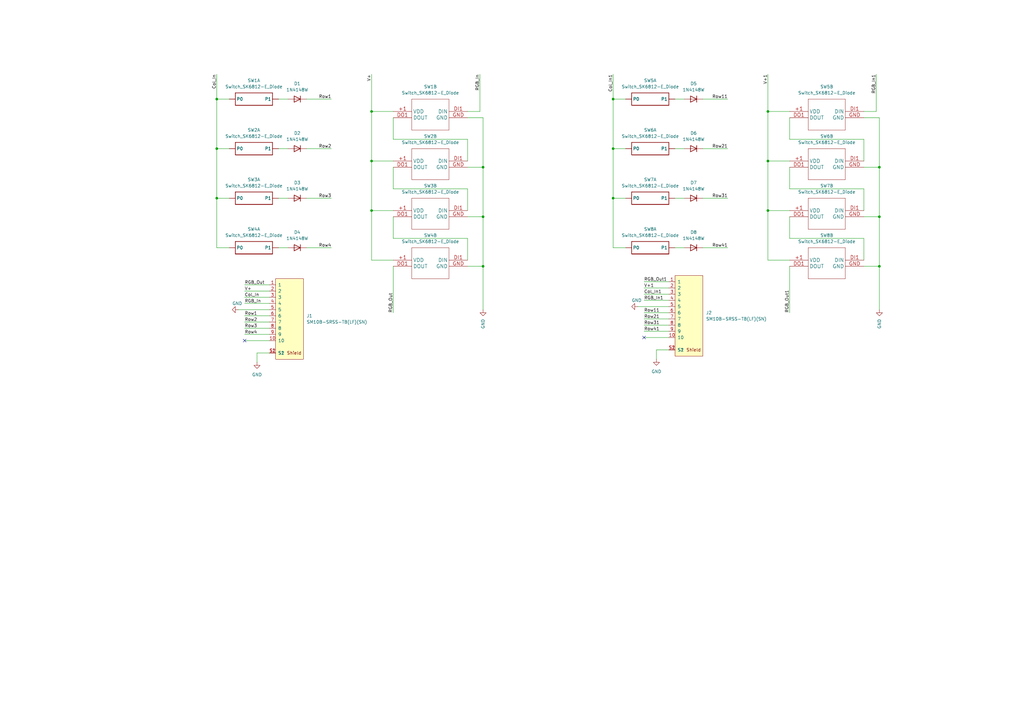
<source format=kicad_sch>
(kicad_sch (version 20231120) (generator "eeschema") (generator_version "8.0")
  (paper "A3")
  (lib_symbols
    (symbol "Diode:1N4148W" (pin_numbers hide) (pin_names (offset 1.016) hide)
      (property "Reference" "D" (at 0 2.54 0))
      (property "Value" "1N4148W" (at 0 -2.54 0))
      (symbol "1N4148W_0_1"
        (polyline (pts (xy -1.27 1.27) (xy -1.27 -1.27)) (stroke (width 0.254)))
        (polyline (pts (xy 1.27 0) (xy -1.27 0)))
        (polyline (pts (xy 1.27 1.27) (xy 1.27 -1.27) (xy -1.27 0) (xy 1.27 1.27)) (stroke (width 0.254)))
      )
      (symbol "1N4148W_1_1"
        (pin passive line (at -3.81 0 0) (length 2.54) (name "K") (number "1"))
        (pin passive line (at 3.81 0 180) (length 2.54) (name "A") (number "2"))
      )
    )
    (symbol "GND_1" (power) (pin_names (offset 0))
      (property "Value" "GND_1" (at 0 -3.81 0))
      (symbol "GND_1_0_1"
        (polyline (pts (xy 0 0) (xy 0 -1.27) (xy 1.27 -1.27) (xy 0 -2.54) (xy -1.27 -1.27) (xy 0 -1.27)))
      )
      (symbol "GND_1_1_1"
        (pin power_in line (at 0 0 270) (length 0) hide (name "GND") (number "1"))
      )
    )
    (symbol "Seismos-sym:SM10B-SRSS-TB_(LF)(SN)" (pin_names (offset 1.016))
      (property "Reference" "CN" (at -9.4742 3.81 90))
      (property "Value" "SM10B-SRSS-TB_(LF)(SN)" (at 1.27 20.32 0))
      (symbol "SM10B-SRSS-TB_(LF)(SN)_1_1"
        (rectangle (start -3.81 17.78) (end 7.62 -15.24) (stroke (width 0.1524)) (fill (type background)))
        (text "Shield" (at 3.81 -12.7 0) (effects (font (size 1.27 1.27))))
        (pin input line (at -6.35 15.24 0) (length 2.54) (name "1") (number "1"))
        (pin input line (at -6.35 -7.62 0) (length 2.54) (name "10") (number "10"))
        (pin input line (at -6.35 12.7 0) (length 2.54) (name "2") (number "2"))
        (pin input line (at -6.35 10.16 0) (length 2.54) (name "3") (number "3"))
        (pin input line (at -6.35 7.62 0) (length 2.54) (name "4") (number "4"))
        (pin input line (at -6.35 5.08 0) (length 2.54) (name "5") (number "5"))
        (pin input line (at -6.35 2.54 0) (length 2.54) (name "6") (number "6"))
        (pin input line (at -6.35 0 0) (length 2.54) (name "7") (number "7"))
        (pin input line (at -6.35 -2.54 0) (length 2.54) (name "8") (number "8"))
        (pin input line (at -6.35 -5.08 0) (length 2.54) (name "9") (number "9"))
        (pin input line (at -6.35 -12.7 0) (length 2.54) (name "S1") (number "S1"))
        (pin input line (at -6.35 -12.7 0) (length 2.54) (name "S2") (number "S2"))
      )
    )
    (symbol "Seismos-sym:Switch_SK6812-E_Diode"
      (property "Reference" "SW" (at 0 0 0))
      (property "Value" "Switch_SK6812-E_Diode" (at 0 11.43 0))
      (symbol "Switch_SK6812-E_Diode_1_0"
        (polyline (pts (xy -7.62 -2.54) (xy -7.62 2.54)) (stroke (width 0.254)))
        (polyline (pts (xy -7.62 -2.54) (xy 7.62 -2.54)) (stroke (width 0.254)))
        (polyline (pts (xy 7.62 -2.54) (xy -7.46 -2.54)) (stroke (width 0.254)))
        (polyline (pts (xy 7.62 -2.54) (xy 7.62 2.54)) (stroke (width 0.254)))
        (polyline (pts (xy 7.62 2.54) (xy -7.62 2.54)) (stroke (width 0.254)))
        (pin bidirectional line (at 10.16 0 180) (length 2.54) (name "P1") (number "CHOC1"))
        (pin bidirectional line (at -10.16 0 0) (length 2.54) (name "P0") (number "CHOC2"))
        (pin bidirectional line (at 10.16 0 180) (length 2.54) (name "P1") (number "MX1"))
        (pin bidirectional line (at -10.16 0 0) (length 2.54) (name "P0") (number "MX2"))
      )
      (symbol "Switch_SK6812-E_Diode_2_1"
        (polyline (pts (xy -7.62 -6.35) (xy 7.62 -6.35)) (stroke (width 0.127)))
        (polyline (pts (xy -7.62 6.35) (xy -7.62 -6.35)) (stroke (width 0.127)))
        (polyline (pts (xy 7.62 -6.35) (xy 7.62 6.35)) (stroke (width 0.127)))
        (polyline (pts (xy 7.62 6.35) (xy -7.62 6.35)) (stroke (width 0.127)))
        (pin power_in line (at -15.24 1.27 0) (length 7.62) (name "VDD") (number "+1"))
        (pin input line (at 15.24 1.27 180) (length 7.62) (name "DIN") (number "DI1"))
        (pin output line (at -15.24 -1.27 0) (length 7.62) (name "DOUT") (number "DO1"))
        (pin power_in line (at 15.24 -1.27 180) (length 7.62) (name "GND") (number "GND"))
      )
    )
    (symbol "power:GND" (power) (pin_names (offset 0))
      (property "Value" "GND" (at 0 -3.81 0))
      (symbol "GND_0_1"
        (polyline (pts (xy 0 0) (xy 0 -1.27) (xy 1.27 -1.27) (xy 0 -2.54) (xy -1.27 -1.27) (xy 0 -1.27)))
      )
      (symbol "GND_1_1"
        (pin power_in line (at 0 0 270) (length 0) hide (name "GND") (number "1"))
      )
    )
  )
  (junction (at 251.46 40.64))
  (junction (at 152.4 66.04))
  (junction (at 198.12 88.9))
  (junction (at 152.4 45.72))
  (junction (at 88.9 81.28))
  (junction (at 360.68 88.9))
  (junction (at 251.46 60.96))
  (junction (at 314.96 45.72))
  (junction (at 360.68 68.58))
  (junction (at 198.12 109.22))
  (junction (at 152.4 86.36))
  (junction (at 314.96 66.04))
  (junction (at 88.9 60.96))
  (junction (at 198.12 68.58))
  (junction (at 314.96 86.36))
  (junction (at 360.68 109.22))
  (junction (at 88.9 40.64))
  (junction (at 251.46 81.28))
  (no_connect (at 264.16 138.43))
  (no_connect (at 100.33 139.7))
  (wire (pts (xy 251.46 60.96) (xy 251.46 81.28)))
  (wire (pts (xy 191.77 109.22) (xy 198.12 109.22)))
  (wire (pts (xy 354.33 68.58) (xy 360.68 68.58)))
  (wire (pts (xy 269.24 143.51) (xy 274.32 143.51)))
  (wire (pts (xy 125.73 40.64) (xy 135.89 40.64)))
  (wire (pts (xy 105.41 144.78) (xy 105.41 148.59)))
  (wire (pts (xy 97.79 127) (xy 110.49 127)))
  (wire (pts (xy 264.16 123.19) (xy 274.32 123.19)))
  (wire (pts (xy 100.33 134.62) (xy 110.49 134.62)))
  (wire (pts (xy 88.9 101.6) (xy 93.98 101.6)))
  (wire (pts (xy 251.46 40.64) (xy 251.46 60.96)))
  (wire (pts (xy 354.33 88.9) (xy 360.68 88.9)))
  (wire (pts (xy 251.46 101.6) (xy 256.54 101.6)))
  (wire (pts (xy 323.85 77.47) (xy 354.33 77.47)))
  (wire (pts (xy 198.12 88.9) (xy 198.12 109.22)))
  (wire (pts (xy 196.85 45.72) (xy 191.77 45.72)))
  (wire (pts (xy 196.85 30.48) (xy 196.85 45.72)))
  (wire (pts (xy 323.85 109.22) (xy 323.85 128.27)))
  (wire (pts (xy 161.29 77.47) (xy 191.77 77.47)))
  (wire (pts (xy 288.29 101.6) (xy 298.45 101.6)))
  (wire (pts (xy 354.33 48.26) (xy 360.68 48.26)))
  (wire (pts (xy 161.29 68.58) (xy 161.29 77.47)))
  (wire (pts (xy 114.3 60.96) (xy 118.11 60.96)))
  (wire (pts (xy 125.73 81.28) (xy 135.89 81.28)))
  (wire (pts (xy 88.9 60.96) (xy 88.9 81.28)))
  (wire (pts (xy 114.3 81.28) (xy 118.11 81.28)))
  (wire (pts (xy 314.96 45.72) (xy 314.96 66.04)))
  (wire (pts (xy 251.46 81.28) (xy 256.54 81.28)))
  (wire (pts (xy 323.85 88.9) (xy 323.85 97.79)))
  (wire (pts (xy 264.16 115.57) (xy 274.32 115.57)))
  (wire (pts (xy 314.96 86.36) (xy 314.96 106.68)))
  (wire (pts (xy 100.33 129.54) (xy 110.49 129.54)))
  (wire (pts (xy 161.29 57.15) (xy 191.77 57.15)))
  (wire (pts (xy 251.46 30.48) (xy 251.46 40.64)))
  (wire (pts (xy 152.4 66.04) (xy 152.4 86.36)))
  (wire (pts (xy 100.33 124.46) (xy 110.49 124.46)))
  (wire (pts (xy 314.96 45.72) (xy 323.85 45.72)))
  (wire (pts (xy 323.85 68.58) (xy 323.85 77.47)))
  (wire (pts (xy 288.29 40.64) (xy 298.45 40.64)))
  (wire (pts (xy 88.9 40.64) (xy 93.98 40.64)))
  (wire (pts (xy 314.96 86.36) (xy 323.85 86.36)))
  (wire (pts (xy 314.96 66.04) (xy 323.85 66.04)))
  (wire (pts (xy 264.16 130.81) (xy 274.32 130.81)))
  (wire (pts (xy 88.9 81.28) (xy 88.9 101.6)))
  (wire (pts (xy 276.86 81.28) (xy 280.67 81.28)))
  (wire (pts (xy 88.9 60.96) (xy 93.98 60.96)))
  (wire (pts (xy 269.24 143.51) (xy 269.24 147.32)))
  (wire (pts (xy 152.4 45.72) (xy 161.29 45.72)))
  (wire (pts (xy 359.41 30.48) (xy 359.41 45.72)))
  (wire (pts (xy 100.33 137.16) (xy 110.49 137.16)))
  (wire (pts (xy 125.73 60.96) (xy 135.89 60.96)))
  (wire (pts (xy 264.16 138.43) (xy 274.32 138.43)))
  (wire (pts (xy 251.46 40.64) (xy 256.54 40.64)))
  (wire (pts (xy 360.68 68.58) (xy 360.68 88.9)))
  (wire (pts (xy 264.16 120.65) (xy 274.32 120.65)))
  (wire (pts (xy 354.33 57.15) (xy 354.33 66.04)))
  (wire (pts (xy 288.29 60.96) (xy 298.45 60.96)))
  (wire (pts (xy 125.73 101.6) (xy 135.89 101.6)))
  (wire (pts (xy 161.29 97.79) (xy 191.77 97.79)))
  (wire (pts (xy 360.68 88.9) (xy 360.68 109.22)))
  (wire (pts (xy 251.46 81.28) (xy 251.46 101.6)))
  (wire (pts (xy 314.96 106.68) (xy 323.85 106.68)))
  (wire (pts (xy 191.77 77.47) (xy 191.77 86.36)))
  (wire (pts (xy 88.9 40.64) (xy 88.9 60.96)))
  (wire (pts (xy 152.4 86.36) (xy 161.29 86.36)))
  (wire (pts (xy 359.41 45.72) (xy 354.33 45.72)))
  (wire (pts (xy 264.16 128.27) (xy 274.32 128.27)))
  (wire (pts (xy 100.33 139.7) (xy 110.49 139.7)))
  (wire (pts (xy 100.33 132.08) (xy 110.49 132.08)))
  (wire (pts (xy 251.46 60.96) (xy 256.54 60.96)))
  (wire (pts (xy 100.33 119.38) (xy 110.49 119.38)))
  (wire (pts (xy 191.77 57.15) (xy 191.77 66.04)))
  (wire (pts (xy 152.4 30.48) (xy 152.4 45.72)))
  (wire (pts (xy 323.85 57.15) (xy 354.33 57.15)))
  (wire (pts (xy 276.86 40.64) (xy 280.67 40.64)))
  (wire (pts (xy 114.3 40.64) (xy 118.11 40.64)))
  (wire (pts (xy 198.12 109.22) (xy 198.12 127)))
  (wire (pts (xy 360.68 48.26) (xy 360.68 68.58)))
  (wire (pts (xy 161.29 48.26) (xy 161.29 57.15)))
  (wire (pts (xy 354.33 109.22) (xy 360.68 109.22)))
  (wire (pts (xy 360.68 109.22) (xy 360.68 127)))
  (wire (pts (xy 198.12 48.26) (xy 198.12 68.58)))
  (wire (pts (xy 314.96 30.48) (xy 314.96 45.72)))
  (wire (pts (xy 314.96 66.04) (xy 314.96 86.36)))
  (wire (pts (xy 100.33 121.92) (xy 110.49 121.92)))
  (wire (pts (xy 261.62 125.73) (xy 274.32 125.73)))
  (wire (pts (xy 191.77 97.79) (xy 191.77 106.68)))
  (wire (pts (xy 264.16 118.11) (xy 274.32 118.11)))
  (wire (pts (xy 152.4 45.72) (xy 152.4 66.04)))
  (wire (pts (xy 88.9 81.28) (xy 93.98 81.28)))
  (wire (pts (xy 191.77 68.58) (xy 198.12 68.58)))
  (wire (pts (xy 152.4 66.04) (xy 161.29 66.04)))
  (wire (pts (xy 105.41 144.78) (xy 110.49 144.78)))
  (wire (pts (xy 264.16 133.35) (xy 274.32 133.35)))
  (wire (pts (xy 354.33 77.47) (xy 354.33 86.36)))
  (wire (pts (xy 152.4 86.36) (xy 152.4 106.68)))
  (wire (pts (xy 100.33 116.84) (xy 110.49 116.84)))
  (wire (pts (xy 288.29 81.28) (xy 298.45 81.28)))
  (wire (pts (xy 114.3 101.6) (xy 118.11 101.6)))
  (wire (pts (xy 276.86 60.96) (xy 280.67 60.96)))
  (wire (pts (xy 88.9 30.48) (xy 88.9 40.64)))
  (wire (pts (xy 191.77 48.26) (xy 198.12 48.26)))
  (wire (pts (xy 354.33 97.79) (xy 354.33 106.68)))
  (wire (pts (xy 323.85 97.79) (xy 354.33 97.79)))
  (wire (pts (xy 161.29 88.9) (xy 161.29 97.79)))
  (wire (pts (xy 161.29 109.22) (xy 161.29 128.27)))
  (wire (pts (xy 198.12 68.58) (xy 198.12 88.9)))
  (wire (pts (xy 264.16 135.89) (xy 274.32 135.89)))
  (wire (pts (xy 191.77 88.9) (xy 198.12 88.9)))
  (wire (pts (xy 323.85 48.26) (xy 323.85 57.15)))
  (wire (pts (xy 152.4 106.68) (xy 161.29 106.68)))
  (wire (pts (xy 276.86 101.6) (xy 280.67 101.6)))
  (label "Row21" (at 298.45 60.96 180))
  (label "Row21" (at 264.16 130.81 0))
  (label "Row31" (at 298.45 81.28 180))
  (label "Row4" (at 100.33 137.16 0))
  (label "Row1" (at 135.89 40.64 180))
  (label "V+1" (at 264.16 118.11 0))
  (label "RGB_Out" (at 100.33 116.84 0))
  (label "Row11" (at 264.16 128.27 0))
  (label "V+" (at 152.4 30.48 270))
  (label "Row3" (at 135.89 81.28 180))
  (label "Row2" (at 100.33 132.08 0))
  (label "RGB_In1" (at 359.41 30.48 270))
  (label "RGB_In" (at 100.33 124.46 0))
  (label "Row41" (at 298.45 101.6 180))
  (label "Row1" (at 100.33 129.54 0))
  (label "V+1" (at 314.96 30.48 270))
  (label "Col_In1" (at 264.16 120.65 0))
  (label "RGB_Out1" (at 264.16 115.57 0))
  (label "Row31" (at 264.16 133.35 0))
  (label "RGB_Out" (at 161.29 128.27 90))
  (label "RGB_In" (at 196.85 30.48 270))
  (label "Row2" (at 135.89 60.96 180))
  (label "Row41" (at 264.16 135.89 0))
  (label "V+" (at 100.33 119.38 0))
  (label "Row4" (at 135.89 101.6 180))
  (label "Col_In" (at 100.33 121.92 0))
  (label "RGB_In1" (at 264.16 123.19 0))
  (label "RGB_Out1" (at 323.85 128.27 90))
  (label "Col_In" (at 88.9 30.48 270))
  (label "Col_In1" (at 251.46 30.48 270))
  (label "Row3" (at 100.33 134.62 0))
  (label "Row11" (at 298.45 40.64 180))
  (symbol (lib_id "Diode:1N4148W") (at 284.48 40.64 180) (unit 1)
    (property "Reference" "D5" (at 284.48 34.29 0))
    (property "Value" "1N4148W" (at 284.48 36.83 0))
    (property "Footprint" "Diode_SMD:D_SOD-123" (effects (hide yes)))
    (property "Datasheet" "https://www.vishay.com/docs/85748/1n4148w.pdf" (effects (hide yes)))
  )
  (symbol (lib_id "Seismos-sym:SM10B-SRSS-TB_(LF)(SN)") (at 280.67 130.81 0) (unit 1)
    (property "Reference" "J2" (at 289.56 128.27 0) (effects (justify left)))
    (property "Value" "SM10B-SRSS-TB(LF)(SN)" (at 289.56 130.81 0) (effects (justify left)))
    (property "Footprint" "Seismos-libs:CONN-SMD_10P-P1.00_SM10B-SRSS-TB-LF-SN" (effects (hide yes)))
    (property "Datasheet" "http://www.szlcsc.com/product/details_171789.html" (effects (hide yes)))
    (property "PARTREV" "1.0" (effects (hide yes)))
    (property "MANUFACTURER" "Manufacturer_name" (effects (hide yes)))
    (property "STANDARD" "Manufacturer Recommendations" (effects (hide yes)))
    (property "SuppliersPartNumber" "C160409" (effects (hide yes)))
    (property "uuid" "std:5e45a64e8ce7478d8accd2bac4409ba5" (effects (hide yes)))
  )
  (symbol (lib_id "Diode:1N4148W") (at 284.48 101.6 180) (unit 1)
    (property "Reference" "D8" (at 284.48 95.25 0))
    (property "Value" "1N4148W" (at 284.48 97.79 0))
    (property "Footprint" "Diode_SMD:D_SOD-123" (effects (hide yes)))
    (property "Datasheet" "https://www.vishay.com/docs/85748/1n4148w.pdf" (effects (hide yes)))
  )
  (symbol (lib_id "Diode:1N4148W") (at 121.92 60.96 180) (unit 1)
    (property "Reference" "D2" (at 121.92 54.61 0))
    (property "Value" "1N4148W" (at 121.92 57.15 0))
    (property "Footprint" "Diode_SMD:D_SOD-123" (effects (hide yes)))
    (property "Datasheet" "https://www.vishay.com/docs/85748/1n4148w.pdf" (effects (hide yes)))
  )
  (symbol (lib_id "Diode:1N4148W") (at 121.92 81.28 180) (unit 1)
    (property "Reference" "D3" (at 121.92 74.93 0))
    (property "Value" "1N4148W" (at 121.92 77.47 0))
    (property "Footprint" "Diode_SMD:D_SOD-123" (effects (hide yes)))
    (property "Datasheet" "https://www.vishay.com/docs/85748/1n4148w.pdf" (effects (hide yes)))
  )
  (symbol (lib_id "Seismos-sym:Switch_SK6812-E_Diode") (at 266.7 81.28 0) (unit 1)
    (property "Reference" "SW7" (at 266.7 73.66 0))
    (property "Value" "Switch_SK6812-E_Diode" (at 266.7 76.2 0))
    (property "Footprint" "Seismos-libs:Switch_SK6812-E_Diode" (effects (hide yes)))
  )
  (symbol (lib_id "Seismos-sym:Switch_SK6812-E_Diode") (at 176.53 46.99 0) (unit 2)
    (property "Reference" "SW1" (at 176.53 35.56 0))
    (property "Value" "Switch_SK6812-E_Diode" (at 176.53 38.1 0))
    (property "Footprint" "Seismos-libs:Switch_SK6812-E_Diode" (effects (hide yes)))
  )
  (symbol (lib_id "Seismos-sym:Switch_SK6812-E_Diode") (at 266.7 60.96 0) (unit 1)
    (property "Reference" "SW6" (at 266.7 53.34 0))
    (property "Value" "Switch_SK6812-E_Diode" (at 266.7 55.88 0))
    (property "Footprint" "Seismos-libs:Switch_SK6812-E_Diode" (effects (hide yes)))
  )
  (symbol (lib_id "power:GND") (at 269.24 147.32 0) (unit 1)
    (property "Reference" "#PWR03" (effects (hide yes)))
    (property "Value" "GND" (at 269.24 152.4 0))
  )
  (symbol (lib_id "Seismos-sym:Switch_SK6812-E_Diode") (at 104.14 60.96 0) (unit 1)
    (property "Reference" "SW2" (at 104.14 53.34 0))
    (property "Value" "Switch_SK6812-E_Diode" (at 104.14 55.88 0))
    (property "Footprint" "Seismos-libs:Switch_SK6812-E_Diode" (effects (hide yes)))
  )
  (symbol (lib_id "Seismos-sym:Switch_SK6812-E_Diode") (at 176.53 107.95 0) (unit 2)
    (property "Reference" "SW4" (at 176.53 96.52 0))
    (property "Value" "Switch_SK6812-E_Diode" (at 176.53 99.06 0))
    (property "Footprint" "Seismos-libs:Switch_SK6812-E_Diode" (effects (hide yes)))
  )
  (symbol (lib_id "Diode:1N4148W") (at 284.48 81.28 180) (unit 1)
    (property "Reference" "D7" (at 284.48 74.93 0))
    (property "Value" "1N4148W" (at 284.48 77.47 0))
    (property "Footprint" "Diode_SMD:D_SOD-123" (effects (hide yes)))
    (property "Datasheet" "https://www.vishay.com/docs/85748/1n4148w.pdf" (effects (hide yes)))
  )
  (symbol (lib_id "Seismos-sym:SM10B-SRSS-TB_(LF)(SN)") (at 116.84 132.08 0) (unit 1)
    (property "Reference" "J1" (at 125.73 129.54 0) (effects (justify left)))
    (property "Value" "SM10B-SRSS-TB(LF)(SN)" (at 125.73 132.08 0) (effects (justify left)))
    (property "Footprint" "Seismos-libs:CONN-SMD_10P-P1.00_SM10B-SRSS-TB-LF-SN" (effects (hide yes)))
    (property "Datasheet" "http://www.szlcsc.com/product/details_171789.html" (effects (hide yes)))
    (property "PARTREV" "1.0" (effects (hide yes)))
    (property "MANUFACTURER" "Manufacturer_name" (effects (hide yes)))
    (property "STANDARD" "Manufacturer Recommendations" (effects (hide yes)))
    (property "SuppliersPartNumber" "C160409" (effects (hide yes)))
    (property "uuid" "std:5e45a64e8ce7478d8accd2bac4409ba5" (effects (hide yes)))
  )
  (symbol (lib_id "Seismos-sym:Switch_SK6812-E_Diode") (at 339.09 87.63 0) (unit 2)
    (property "Reference" "SW7" (at 339.09 76.2 0))
    (property "Value" "Switch_SK6812-E_Diode" (at 339.09 78.74 0))
    (property "Footprint" "Seismos-libs:Switch_SK6812-E_Diode" (effects (hide yes)))
  )
  (symbol (lib_id "Diode:1N4148W") (at 121.92 40.64 180) (unit 1)
    (property "Reference" "D1" (at 121.92 34.29 0))
    (property "Value" "1N4148W" (at 121.92 36.83 0))
    (property "Footprint" "Diode_SMD:D_SOD-123" (effects (hide yes)))
    (property "Datasheet" "https://www.vishay.com/docs/85748/1n4148w.pdf" (effects (hide yes)))
  )
  (symbol (lib_id "Seismos-sym:Switch_SK6812-E_Diode") (at 176.53 67.31 0) (unit 2)
    (property "Reference" "SW2" (at 176.53 55.88 0))
    (property "Value" "Switch_SK6812-E_Diode" (at 176.53 58.42 0))
    (property "Footprint" "Seismos-libs:Switch_SK6812-E_Diode" (effects (hide yes)))
  )
  (symbol (lib_id "power:GND") (at 360.68 127 0) (mirror y) (unit 1)
    (property "Reference" "#PWR04" (effects (hide yes)))
    (property "Value" "GND" (at 360.6799 130.81 90) (effects (justify right)))
  )
  (symbol (lib_name "GND_1") (lib_id "power:GND") (at 97.79 127 270) (unit 1)
    (property "Reference" "#PWR01" (effects (hide yes)))
    (property "Value" "GND" (at 95.25 124.46 90) (effects (justify left)))
  )
  (symbol (lib_id "Seismos-sym:Switch_SK6812-E_Diode") (at 176.53 87.63 0) (unit 2)
    (property "Reference" "SW3" (at 176.53 76.2 0))
    (property "Value" "Switch_SK6812-E_Diode" (at 176.53 78.74 0))
    (property "Footprint" "Seismos-libs:Switch_SK6812-E_Diode" (effects (hide yes)))
  )
  (symbol (lib_id "Diode:1N4148W") (at 121.92 101.6 180) (unit 1)
    (property "Reference" "D4" (at 121.92 95.25 0))
    (property "Value" "1N4148W" (at 121.92 97.79 0))
    (property "Footprint" "Diode_SMD:D_SOD-123" (effects (hide yes)))
    (property "Datasheet" "https://www.vishay.com/docs/85748/1n4148w.pdf" (effects (hide yes)))
  )
  (symbol (lib_id "Seismos-sym:Switch_SK6812-E_Diode") (at 339.09 46.99 0) (unit 2)
    (property "Reference" "SW5" (at 339.09 35.56 0))
    (property "Value" "Switch_SK6812-E_Diode" (at 339.09 38.1 0))
    (property "Footprint" "Seismos-libs:Switch_SK6812-E_Diode" (effects (hide yes)))
  )
  (symbol (lib_id "Seismos-sym:Switch_SK6812-E_Diode") (at 104.14 40.64 0) (unit 1)
    (property "Reference" "SW1" (at 104.14 33.02 0))
    (property "Value" "Switch_SK6812-E_Diode" (at 104.14 35.56 0))
    (property "Footprint" "Seismos-libs:Switch_SK6812-E_Diode" (effects (hide yes)))
  )
  (symbol (lib_id "Seismos-sym:Switch_SK6812-E_Diode") (at 339.09 107.95 0) (unit 2)
    (property "Reference" "SW8" (at 339.09 96.52 0))
    (property "Value" "Switch_SK6812-E_Diode" (at 339.09 99.06 0))
    (property "Footprint" "Seismos-libs:Switch_SK6812-E_Diode" (effects (hide yes)))
  )
  (symbol (lib_id "Seismos-sym:Switch_SK6812-E_Diode") (at 339.09 67.31 0) (unit 2)
    (property "Reference" "SW6" (at 339.09 55.88 0))
    (property "Value" "Switch_SK6812-E_Diode" (at 339.09 58.42 0))
    (property "Footprint" "Seismos-libs:Switch_SK6812-E_Diode" (effects (hide yes)))
  )
  (symbol (lib_name "GND_1") (lib_id "power:GND") (at 261.62 125.73 270) (unit 1)
    (property "Reference" "#PWR02" (effects (hide yes)))
    (property "Value" "GND" (at 259.08 123.19 90) (effects (justify left)))
  )
  (symbol (lib_id "Seismos-sym:Switch_SK6812-E_Diode") (at 266.7 101.6 0) (unit 1)
    (property "Reference" "SW8" (at 266.7 93.98 0))
    (property "Value" "Switch_SK6812-E_Diode" (at 266.7 96.52 0))
    (property "Footprint" "Seismos-libs:Switch_SK6812-E_Diode" (effects (hide yes)))
  )
  (symbol (lib_id "power:GND") (at 105.41 148.59 0) (unit 1)
    (property "Reference" "#PWR0101" (effects (hide yes)))
    (property "Value" "GND" (at 105.41 153.67 0))
  )
  (symbol (lib_id "Seismos-sym:Switch_SK6812-E_Diode") (at 104.14 81.28 0) (unit 1)
    (property "Reference" "SW3" (at 104.14 73.66 0))
    (property "Value" "Switch_SK6812-E_Diode" (at 104.14 76.2 0))
    (property "Footprint" "Seismos-libs:Switch_SK6812-E_Diode" (effects (hide yes)))
  )
  (symbol (lib_id "Seismos-sym:Switch_SK6812-E_Diode") (at 266.7 40.64 0) (unit 1)
    (property "Reference" "SW5" (at 266.7 33.02 0))
    (property "Value" "Switch_SK6812-E_Diode" (at 266.7 35.56 0))
    (property "Footprint" "Seismos-libs:Switch_SK6812-E_Diode" (effects (hide yes)))
  )
  (symbol (lib_id "Diode:1N4148W") (at 284.48 60.96 180) (unit 1)
    (property "Reference" "D6" (at 284.48 54.61 0))
    (property "Value" "1N4148W" (at 284.48 57.15 0))
    (property "Footprint" "Diode_SMD:D_SOD-123" (effects (hide yes)))
    (property "Datasheet" "https://www.vishay.com/docs/85748/1n4148w.pdf" (effects (hide yes)))
  )
  (symbol (lib_id "Seismos-sym:Switch_SK6812-E_Diode") (at 104.14 101.6 0) (unit 1)
    (property "Reference" "SW4" (at 104.14 93.98 0))
    (property "Value" "Switch_SK6812-E_Diode" (at 104.14 96.52 0))
    (property "Footprint" "Seismos-libs:Switch_SK6812-E_Diode" (effects (hide yes)))
  )
  (symbol (lib_id "power:GND") (at 198.12 127 0) (mirror y) (unit 1)
    (property "Reference" "#PWR0104" (effects (hide yes)))
    (property "Value" "GND" (at 198.1199 130.81 90) (effects (justify right)))
  )
)
</source>
